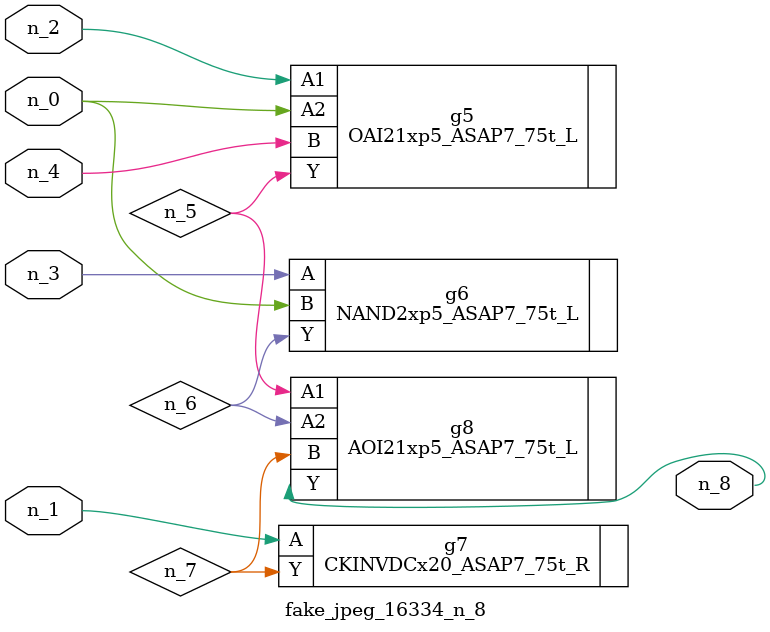
<source format=v>
module fake_jpeg_16334_n_8 (n_3, n_2, n_1, n_0, n_4, n_8);

input n_3;
input n_2;
input n_1;
input n_0;
input n_4;

output n_8;

wire n_6;
wire n_5;
wire n_7;

OAI21xp5_ASAP7_75t_L g5 ( 
.A1(n_2),
.A2(n_0),
.B(n_4),
.Y(n_5)
);

NAND2xp5_ASAP7_75t_L g6 ( 
.A(n_3),
.B(n_0),
.Y(n_6)
);

CKINVDCx20_ASAP7_75t_R g7 ( 
.A(n_1),
.Y(n_7)
);

AOI21xp5_ASAP7_75t_L g8 ( 
.A1(n_5),
.A2(n_6),
.B(n_7),
.Y(n_8)
);


endmodule
</source>
